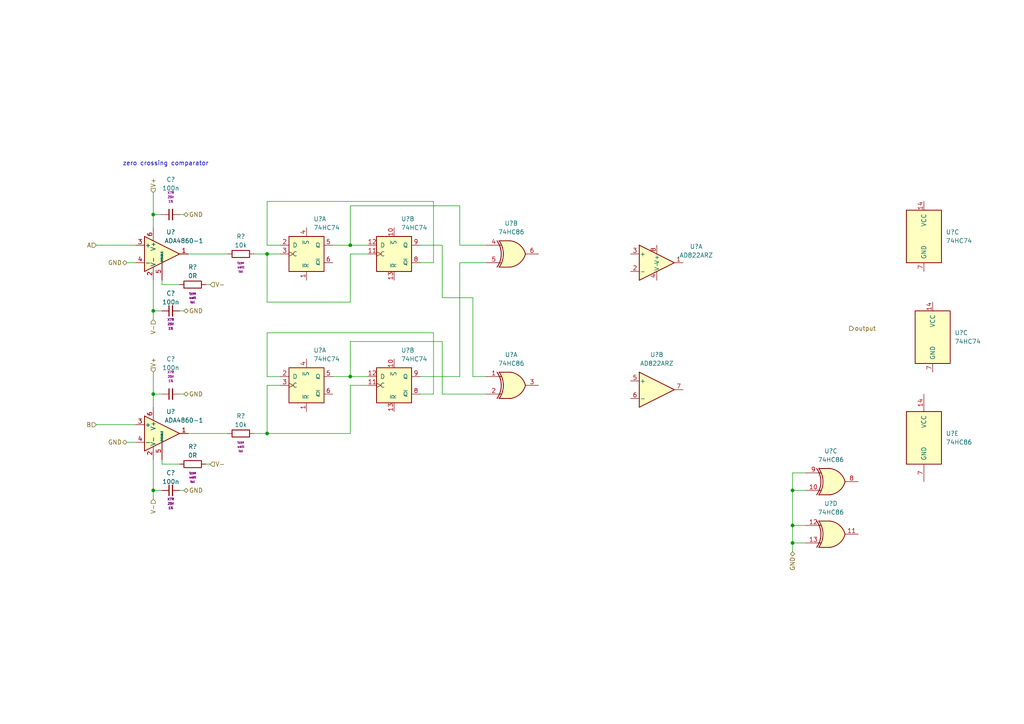
<source format=kicad_sch>
(kicad_sch (version 20211123) (generator eeschema)
  (paper "A4")
  (lib_symbols
    (symbol "000_SMD_Resitors:R_1206" (pin_numbers hide) (pin_names (offset 0))
      (property "Reference" "R" (at -2.54 0 90))
      (property "Value" "R_1206" (at 0 0 90))
      (property "type" "type" (at 3.81 0 90))
      (property "watt" "watt" (at 2.54 1.27 90))
      (property "tol" "tol" (at 2.54 -1.27 90))
      (symbol "R_1206_0_1"
        (rectangle (start -1.016 -2.54) (end 1.016 2.54) (stroke (width 0.254)))
      )
      (symbol "R_1206_1_1"
        (pin passive line (at 0 3.81 270) (length 1.27) (name "~") (number "1"))
        (pin passive line (at 0 -3.81 90) (length 1.27) (name "~") (number "2"))
      )
    )
    (symbol "010_SMD_Capacitors:C_0805_hs" (pin_numbers hide) (pin_names (offset 0.254) hide)
      (property "Reference" "C" (at 1.905 1.905 0))
      (property "Value" "C_0805_hs" (at 1.905 -0.635 0))
      (property "type" "type" (at 4.445 -3.81 0))
      (property "voltage" "volt" (at 3.175 -2.54 0))
      (property "tol" "tol" (at 5.715 -2.54 0))
      (symbol "C_0805_hs_0_1"
        (polyline (pts (xy -1.524 -0.508) (xy 1.524 -0.508)) (stroke (width 0.3302)))
        (polyline (pts (xy -1.524 0.508) (xy 1.524 0.508)) (stroke (width 0.3048)))
      )
      (symbol "C_0805_hs_1_1"
        (pin passive line (at 0 2.54 270) (length 2.032) (name "~") (number "1"))
        (pin passive line (at 0 -2.54 90) (length 2.032) (name "~") (number "2"))
      )
    )
    (symbol "200_OPAMP:AD822ARZ" (pin_names (offset 0.127))
      (property "Reference" "U" (at 2.54 3.81 0))
      (property "Value" "AD822ARZ" (at 2.54 -3.81 0))
      (symbol "AD822ARZ_0_1"
        (polyline (pts (xy -5.08 5.08) (xy 5.08 0) (xy -5.08 -5.08) (xy -5.08 5.08)) (stroke (width 0.254)) (fill (type background)))
      )
      (symbol "AD822ARZ_1_1"
        (pin output line (at 7.62 0 180) (length 2.54) (name "~") (number "1"))
        (pin input line (at -7.62 -2.54 0) (length 2.54) (name "-") (number "2"))
        (pin input line (at -7.62 2.54 0) (length 2.54) (name "+") (number "3"))
        (pin power_in line (at 0 -5.08 90) (length 2.54) (name "V-") (number "4"))
        (pin power_in line (at 0 5.08 270) (length 2.54) (name "V+") (number "8"))
      )
      (symbol "AD822ARZ_2_1"
        (pin input line (at -7.62 2.54 0) (length 2.54) (name "+") (number "5"))
        (pin input line (at -7.62 -2.54 0) (length 2.54) (name "-") (number "6"))
        (pin output line (at 7.62 0 180) (length 2.54) (name "~") (number "7"))
      )
    )
    (symbol "200_OPAMP:ADA4860-1" (pin_names (offset 0.127))
      (property "Reference" "U" (at 1.27 3.81 0))
      (property "Value" "ADA4860-1" (at 1.27 -3.81 0))
      (symbol "ADA4860-1_0_1"
        (polyline (pts (xy -5.08 5.08) (xy 5.08 0) (xy -5.08 -5.08) (xy -5.08 5.08)) (stroke (width 0.254)) (fill (type background)))
      )
      (symbol "ADA4860-1_1_1"
        (pin output line (at 7.62 0 180) (length 2.54) (name "~") (number "1"))
        (pin power_in line (at -2.54 -7.62 90) (length 3.81) (name "V-") (number "2"))
        (pin input line (at -7.62 2.54 0) (length 2.54) (name "+") (number "3"))
        (pin input line (at -7.62 -2.54 0) (length 2.54) (name "-") (number "4"))
        (pin input line (at 0 -7.62 90) (length 5.08) (name "DISABLE") (number "5"))
        (pin power_in line (at -2.54 7.62 270) (length 3.81) (name "V+") (number "6"))
      )
    )
    (symbol "74xx:74HC74" (pin_names (offset 1.016))
      (property "Reference" "U" (at -7.62 8.89 0))
      (property "Value" "74HC74" (at -7.62 -8.89 0))
      (symbol "74HC74_1_0"
        (pin input line (at 0 -7.62 90) (length 2.54) (name "~{R}") (number "1"))
        (pin input line (at -7.62 2.54 0) (length 2.54) (name "D") (number "2"))
        (pin input clock (at -7.62 0 0) (length 2.54) (name "C") (number "3"))
        (pin input line (at 0 7.62 270) (length 2.54) (name "~{S}") (number "4"))
        (pin output line (at 7.62 2.54 180) (length 2.54) (name "Q") (number "5"))
        (pin output line (at 7.62 -2.54 180) (length 2.54) (name "~{Q}") (number "6"))
      )
      (symbol "74HC74_1_1"
        (rectangle (start -5.08 5.08) (end 5.08 -5.08) (stroke (width 0.254)) (fill (type background)))
      )
      (symbol "74HC74_2_0"
        (pin input line (at 0 7.62 270) (length 2.54) (name "~{S}") (number "10"))
        (pin input clock (at -7.62 0 0) (length 2.54) (name "C") (number "11"))
        (pin input line (at -7.62 2.54 0) (length 2.54) (name "D") (number "12"))
        (pin input line (at 0 -7.62 90) (length 2.54) (name "~{R}") (number "13"))
        (pin output line (at 7.62 -2.54 180) (length 2.54) (name "~{Q}") (number "8"))
        (pin output line (at 7.62 2.54 180) (length 2.54) (name "Q") (number "9"))
      )
      (symbol "74HC74_2_1"
        (rectangle (start -5.08 5.08) (end 5.08 -5.08) (stroke (width 0.254)) (fill (type background)))
      )
      (symbol "74HC74_3_0"
        (pin power_in line (at 0 10.16 270) (length 2.54) (name "VCC") (number "14"))
        (pin power_in line (at 0 -10.16 90) (length 2.54) (name "GND") (number "7"))
      )
      (symbol "74HC74_3_1"
        (rectangle (start -5.08 7.62) (end 5.08 -7.62) (stroke (width 0.254)) (fill (type background)))
      )
    )
    (symbol "74xx:74HC86" (pin_names (offset 1.016))
      (property "Reference" "U" (at 0 1.27 0))
      (property "Value" "74HC86" (at 0 -1.27 0))
      (symbol "74HC86_1_0"
        (arc (start -4.4196 -3.81) (mid -3.2033 0) (end -4.4196 3.81) (stroke (width 0.254)))
        (arc (start -3.81 -3.81) (mid -2.589 0) (end -3.81 3.81) (stroke (width 0.254)))
        (arc (start -0.6096 -3.81) (mid 2.1842 -2.5851) (end 3.81 0) (stroke (width 0.254)) (fill (type background)))
        (polyline (pts (xy -3.81 -3.81) (xy -0.635 -3.81)) (stroke (width 0.254)) (fill (type background)))
        (polyline (pts (xy -3.81 3.81) (xy -0.635 3.81)) (stroke (width 0.254)) (fill (type background)))
        (polyline (pts (xy -0.635 3.81) (xy -3.81 3.81) (xy -3.81 3.81) (xy -3.556 3.4036) (xy -3.0226 2.2606) (xy -2.6924 1.0414) (xy -2.6162 -0.254) (xy -2.7686 -1.4986) (xy -3.175 -2.7178) (xy -3.81 -3.81) (xy -3.81 -3.81) (xy -0.635 -3.81)) (stroke (width -25.4)) (fill (type background)))
        (arc (start 3.81 0) (mid 2.1915 2.5936) (end -0.6096 3.81) (stroke (width 0.254)) (fill (type background)))
        (pin input line (at -7.62 2.54 0) (length 4.445) (name "~") (number "1"))
        (pin input line (at -7.62 -2.54 0) (length 4.445) (name "~") (number "2"))
        (pin output line (at 7.62 0 180) (length 3.81) (name "~") (number "3"))
      )
      (symbol "74HC86_1_1"
        (polyline (pts (xy -3.81 -2.54) (xy -3.175 -2.54)) (stroke (width 0.1524)))
        (polyline (pts (xy -3.81 2.54) (xy -3.175 2.54)) (stroke (width 0.1524)))
      )
      (symbol "74HC86_2_0"
        (arc (start -4.4196 -3.81) (mid -3.2033 0) (end -4.4196 3.81) (stroke (width 0.254)))
        (arc (start -3.81 -3.81) (mid -2.589 0) (end -3.81 3.81) (stroke (width 0.254)))
        (arc (start -0.6096 -3.81) (mid 2.1842 -2.5851) (end 3.81 0) (stroke (width 0.254)) (fill (type background)))
        (polyline (pts (xy -3.81 -3.81) (xy -0.635 -3.81)) (stroke (width 0.254)) (fill (type background)))
        (polyline (pts (xy -3.81 3.81) (xy -0.635 3.81)) (stroke (width 0.254)) (fill (type background)))
        (polyline (pts (xy -0.635 3.81) (xy -3.81 3.81) (xy -3.81 3.81) (xy -3.556 3.4036) (xy -3.0226 2.2606) (xy -2.6924 1.0414) (xy -2.6162 -0.254) (xy -2.7686 -1.4986) (xy -3.175 -2.7178) (xy -3.81 -3.81) (xy -3.81 -3.81) (xy -0.635 -3.81)) (stroke (width -25.4)) (fill (type background)))
        (arc (start 3.81 0) (mid 2.1915 2.5936) (end -0.6096 3.81) (stroke (width 0.254)) (fill (type background)))
        (pin input line (at -7.62 2.54 0) (length 4.445) (name "~") (number "4"))
        (pin input line (at -7.62 -2.54 0) (length 4.445) (name "~") (number "5"))
        (pin output line (at 7.62 0 180) (length 3.81) (name "~") (number "6"))
      )
      (symbol "74HC86_2_1"
        (polyline (pts (xy -3.81 -2.54) (xy -3.175 -2.54)) (stroke (width 0.1524)))
        (polyline (pts (xy -3.81 2.54) (xy -3.175 2.54)) (stroke (width 0.1524)))
      )
      (symbol "74HC86_3_0"
        (arc (start -4.4196 -3.81) (mid -3.2033 0) (end -4.4196 3.81) (stroke (width 0.254)))
        (arc (start -3.81 -3.81) (mid -2.589 0) (end -3.81 3.81) (stroke (width 0.254)))
        (arc (start -0.6096 -3.81) (mid 2.1842 -2.5851) (end 3.81 0) (stroke (width 0.254)) (fill (type background)))
        (polyline (pts (xy -3.81 -3.81) (xy -0.635 -3.81)) (stroke (width 0.254)) (fill (type background)))
        (polyline (pts (xy -3.81 3.81) (xy -0.635 3.81)) (stroke (width 0.254)) (fill (type background)))
        (polyline (pts (xy -0.635 3.81) (xy -3.81 3.81) (xy -3.81 3.81) (xy -3.556 3.4036) (xy -3.0226 2.2606) (xy -2.6924 1.0414) (xy -2.6162 -0.254) (xy -2.7686 -1.4986) (xy -3.175 -2.7178) (xy -3.81 -3.81) (xy -3.81 -3.81) (xy -0.635 -3.81)) (stroke (width -25.4)) (fill (type background)))
        (arc (start 3.81 0) (mid 2.1915 2.5936) (end -0.6096 3.81) (stroke (width 0.254)) (fill (type background)))
        (pin input line (at -7.62 -2.54 0) (length 4.445) (name "~") (number "10"))
        (pin output line (at 7.62 0 180) (length 3.81) (name "~") (number "8"))
        (pin input line (at -7.62 2.54 0) (length 4.445) (name "~") (number "9"))
      )
      (symbol "74HC86_3_1"
        (polyline (pts (xy -3.81 -2.54) (xy -3.175 -2.54)) (stroke (width 0.1524)))
        (polyline (pts (xy -3.81 2.54) (xy -3.175 2.54)) (stroke (width 0.1524)))
      )
      (symbol "74HC86_4_0"
        (arc (start -4.4196 -3.81) (mid -3.2033 0) (end -4.4196 3.81) (stroke (width 0.254)))
        (arc (start -3.81 -3.81) (mid -2.589 0) (end -3.81 3.81) (stroke (width 0.254)))
        (arc (start -0.6096 -3.81) (mid 2.1842 -2.5851) (end 3.81 0) (stroke (width 0.254)) (fill (type background)))
        (polyline (pts (xy -3.81 -3.81) (xy -0.635 -3.81)) (stroke (width 0.254)) (fill (type background)))
        (polyline (pts (xy -3.81 3.81) (xy -0.635 3.81)) (stroke (width 0.254)) (fill (type background)))
        (polyline (pts (xy -0.635 3.81) (xy -3.81 3.81) (xy -3.81 3.81) (xy -3.556 3.4036) (xy -3.0226 2.2606) (xy -2.6924 1.0414) (xy -2.6162 -0.254) (xy -2.7686 -1.4986) (xy -3.175 -2.7178) (xy -3.81 -3.81) (xy -3.81 -3.81) (xy -0.635 -3.81)) (stroke (width -25.4)) (fill (type background)))
        (arc (start 3.81 0) (mid 2.1915 2.5936) (end -0.6096 3.81) (stroke (width 0.254)) (fill (type background)))
        (pin output line (at 7.62 0 180) (length 3.81) (name "~") (number "11"))
        (pin input line (at -7.62 2.54 0) (length 4.445) (name "~") (number "12"))
        (pin input line (at -7.62 -2.54 0) (length 4.445) (name "~") (number "13"))
      )
      (symbol "74HC86_4_1"
        (polyline (pts (xy -3.81 -2.54) (xy -3.175 -2.54)) (stroke (width 0.1524)))
        (polyline (pts (xy -3.81 2.54) (xy -3.175 2.54)) (stroke (width 0.1524)))
      )
      (symbol "74HC86_5_0"
        (pin power_in line (at 0 12.7 270) (length 5.08) (name "VCC") (number "14"))
        (pin power_in line (at 0 -12.7 90) (length 5.08) (name "GND") (number "7"))
      )
      (symbol "74HC86_5_1"
        (rectangle (start -5.08 7.62) (end 5.08 -7.62) (stroke (width 0.254)) (fill (type background)))
      )
    )
  )
  (junction (at 101.6 71.12))
  (junction (at 229.87 152.4))
  (junction (at 229.87 142.24))
  (junction (at 44.45 62.23))
  (junction (at 44.45 114.3))
  (junction (at 77.47 73.66))
  (junction (at 44.45 142.24))
  (junction (at 229.87 157.48))
  (junction (at 77.47 125.73))
  (junction (at 44.45 90.17))
  (junction (at 101.6 109.22))
  (wire (pts (xy 101.6 111.76) (xy 106.68 111.76)))
  (wire (pts (xy 44.45 81.28) (xy 44.45 90.17)))
  (wire (pts (xy 96.52 109.22) (xy 101.6 109.22)))
  (wire (pts (xy 27.94 71.12) (xy 39.37 71.12)))
  (wire (pts (xy 137.16 86.36) (xy 137.16 109.22)))
  (wire (pts (xy 52.07 90.17) (xy 53.34 90.17)))
  (wire (pts (xy 53.34 62.23) (xy 52.07 62.23)))
  (wire (pts (xy 77.47 71.12) (xy 77.47 58.42)))
  (wire (pts (xy 133.35 59.69) (xy 133.35 71.12)))
  (wire (pts (xy 128.27 114.3) (xy 140.97 114.3)))
  (wire (pts (xy 229.87 142.24) (xy 233.68 142.24)))
  (wire (pts (xy 46.99 81.28) (xy 46.99 82.55)))
  (wire (pts (xy 73.66 73.66) (xy 77.47 73.66)))
  (wire (pts (xy 46.99 114.3) (xy 44.45 114.3)))
  (wire (pts (xy 101.6 71.12) (xy 101.6 59.69)))
  (wire (pts (xy 229.87 137.16) (xy 229.87 142.24)))
  (wire (pts (xy 44.45 55.88) (xy 44.45 62.23)))
  (wire (pts (xy 233.68 152.4) (xy 229.87 152.4)))
  (wire (pts (xy 133.35 76.2) (xy 140.97 76.2)))
  (wire (pts (xy 101.6 73.66) (xy 106.68 73.66)))
  (wire (pts (xy 54.61 125.73) (xy 66.04 125.73)))
  (wire (pts (xy 44.45 90.17) (xy 46.99 90.17)))
  (wire (pts (xy 101.6 87.63) (xy 101.6 73.66)))
  (wire (pts (xy 137.16 109.22) (xy 140.97 109.22)))
  (wire (pts (xy 121.92 109.22) (xy 133.35 109.22)))
  (wire (pts (xy 101.6 109.22) (xy 106.68 109.22)))
  (wire (pts (xy 229.87 157.48) (xy 229.87 160.02)))
  (wire (pts (xy 125.73 58.42) (xy 125.73 76.2)))
  (wire (pts (xy 54.61 73.66) (xy 66.04 73.66)))
  (wire (pts (xy 73.66 125.73) (xy 77.47 125.73)))
  (wire (pts (xy 77.47 111.76) (xy 77.47 125.73)))
  (wire (pts (xy 229.87 142.24) (xy 229.87 152.4)))
  (wire (pts (xy 229.87 152.4) (xy 229.87 157.48)))
  (wire (pts (xy 36.83 128.27) (xy 39.37 128.27)))
  (wire (pts (xy 44.45 142.24) (xy 44.45 144.78)))
  (wire (pts (xy 229.87 157.48) (xy 233.68 157.48)))
  (wire (pts (xy 96.52 71.12) (xy 101.6 71.12)))
  (wire (pts (xy 44.45 90.17) (xy 44.45 92.71)))
  (wire (pts (xy 46.99 62.23) (xy 44.45 62.23)))
  (wire (pts (xy 77.47 87.63) (xy 101.6 87.63)))
  (wire (pts (xy 27.94 123.19) (xy 39.37 123.19)))
  (wire (pts (xy 128.27 114.3) (xy 128.27 99.06)))
  (wire (pts (xy 121.92 76.2) (xy 125.73 76.2)))
  (wire (pts (xy 46.99 133.35) (xy 46.99 134.62)))
  (wire (pts (xy 81.28 111.76) (xy 77.47 111.76)))
  (wire (pts (xy 81.28 109.22) (xy 77.47 109.22)))
  (wire (pts (xy 125.73 96.52) (xy 125.73 114.3)))
  (wire (pts (xy 77.47 96.52) (xy 125.73 96.52)))
  (wire (pts (xy 101.6 99.06) (xy 101.6 109.22)))
  (wire (pts (xy 133.35 109.22) (xy 133.35 76.2)))
  (wire (pts (xy 44.45 114.3) (xy 44.45 118.11)))
  (wire (pts (xy 36.83 76.2) (xy 39.37 76.2)))
  (wire (pts (xy 77.47 125.73) (xy 101.6 125.73)))
  (wire (pts (xy 121.92 114.3) (xy 125.73 114.3)))
  (wire (pts (xy 77.47 109.22) (xy 77.47 96.52)))
  (wire (pts (xy 101.6 71.12) (xy 106.68 71.12)))
  (wire (pts (xy 59.69 82.55) (xy 60.96 82.55)))
  (wire (pts (xy 44.45 62.23) (xy 44.45 66.04)))
  (wire (pts (xy 121.92 71.12) (xy 128.27 71.12)))
  (wire (pts (xy 101.6 125.73) (xy 101.6 111.76)))
  (wire (pts (xy 128.27 99.06) (xy 101.6 99.06)))
  (wire (pts (xy 59.69 134.62) (xy 60.96 134.62)))
  (wire (pts (xy 44.45 142.24) (xy 46.99 142.24)))
  (wire (pts (xy 233.68 137.16) (xy 229.87 137.16)))
  (wire (pts (xy 53.34 114.3) (xy 52.07 114.3)))
  (wire (pts (xy 44.45 133.35) (xy 44.45 142.24)))
  (wire (pts (xy 52.07 142.24) (xy 53.34 142.24)))
  (wire (pts (xy 44.45 107.95) (xy 44.45 114.3)))
  (wire (pts (xy 46.99 134.62) (xy 52.07 134.62)))
  (wire (pts (xy 77.47 58.42) (xy 125.73 58.42)))
  (wire (pts (xy 128.27 86.36) (xy 137.16 86.36)))
  (wire (pts (xy 77.47 73.66) (xy 77.47 87.63)))
  (wire (pts (xy 81.28 73.66) (xy 77.47 73.66)))
  (wire (pts (xy 133.35 71.12) (xy 140.97 71.12)))
  (wire (pts (xy 81.28 71.12) (xy 77.47 71.12)))
  (wire (pts (xy 128.27 71.12) (xy 128.27 86.36)))
  (wire (pts (xy 101.6 59.69) (xy 133.35 59.69)))
  (wire (pts (xy 46.99 82.55) (xy 52.07 82.55)))
  (text "zero crossing comparator" (at 35.56 48.26 0) (effects (font (size 1.27 1.27)) (justify left bottom)))
  (hierarchical_label "V-" (shape input) (at 60.96 82.55 0))
  (hierarchical_label "GND" (shape bidirectional) (at 53.34 142.24 0))
  (hierarchical_label "V+" (shape input) (at 44.45 107.95 90))
  (hierarchical_label "GND" (shape bidirectional) (at 53.34 114.3 0))
  (hierarchical_label "GND" (shape bidirectional) (at 229.87 160.02 270))
  (hierarchical_label "GND" (shape bidirectional) (at 36.83 76.2 180))
  (hierarchical_label "V+" (shape input) (at 44.45 55.88 90))
  (hierarchical_label "B" (shape input) (at 27.94 123.19 180))
  (hierarchical_label "GND" (shape bidirectional) (at 53.34 62.23 0))
  (hierarchical_label "V-" (shape input) (at 44.45 144.78 270))
  (hierarchical_label "A" (shape input) (at 27.94 71.12 180))
  (hierarchical_label "GND" (shape bidirectional) (at 53.34 90.17 0))
  (hierarchical_label "GND" (shape bidirectional) (at 36.83 128.27 180))
  (hierarchical_label "output" (shape output) (at 246.38 95.25 0))
  (hierarchical_label "V-" (shape input) (at 60.96 134.62 0))
  (hierarchical_label "V-" (shape input) (at 44.45 92.71 270))
  (symbol (lib_id "74xx:74HC74") (at 270.51 97.79 0) (unit 3)
    (property "Reference" "U?" (at 276.86 96.5199 0) (effects (justify left)))
    (property "Value" "74HC74" (at 276.86 99.0599 0) (effects (justify left)))
    (property "Datasheet" "74xx/74hc_hct74.pdf" (effects hide))
  )
  (symbol (lib_id "010_SMD_Capacitors:C_0805_hs") (at 49.53 142.24 90) (unit 1)
    (property "Reference" "C?" (at 49.53 137.16 90))
    (property "Value" "100n" (at 49.53 139.7 90))
    (property "Footprint" "Capacitor_SMD:C_0805_2012Metric_Pad1.18x1.45mm_HandSolder" (effects hide))
    (property "Datasheet" "ds" (effects hide))
    (property "type" "X7R" (at 49.53 144.78 90) (effects (font (size 0.635 0.635))))
    (property "voltage" "25V" (at 49.53 146.05 90) (effects (font (size 0.635 0.635))))
    (property "tol" "1%" (at 49.53 147.32 90) (effects (font (size 0.635 0.635))))
    (property "man" "man" (effects hide))
    (property "man_no" "man_no" (effects hide))
    (property "dist" "dist" (effects hide))
    (property "dist_no" "dist_no" (effects hide))
  )
  (symbol (lib_id "74xx:74HC86") (at 241.3 154.94 0) (unit 4)
    (property "Reference" "U?" (at 240.9952 146.05 0))
    (property "Value" "74HC86" (at 240.9952 148.59 0))
    (property "Datasheet" "http://www.ti.com/lit/gpn/sn74HC86" (effects hide))
  )
  (symbol (lib_id "010_SMD_Capacitors:C_0805_hs") (at 49.53 62.23 90) (unit 1)
    (property "Reference" "C?" (at 49.5363 52.07 90))
    (property "Value" "100n" (at 49.5363 54.61 90))
    (property "Footprint" "Capacitor_SMD:C_0805_2012Metric_Pad1.18x1.45mm_HandSolder" (effects hide))
    (property "Datasheet" "ds" (effects hide))
    (property "type" "X7R" (at 49.5363 55.88 90) (effects (font (size 0.635 0.635))))
    (property "voltage" "25V" (at 49.5363 57.15 90) (effects (font (size 0.635 0.635))))
    (property "tol" "1%" (at 49.5363 58.42 90) (effects (font (size 0.635 0.635))))
    (property "man" "man" (effects hide))
    (property "man_no" "man_no" (effects hide))
    (property "dist" "dist" (effects hide))
    (property "dist_no" "dist_no" (effects hide))
  )
  (symbol (lib_id "74xx:74HC86") (at 148.59 73.66 0) (unit 2)
    (property "Reference" "U?" (at 148.2852 64.77 0))
    (property "Value" "74HC86" (at 148.2852 67.31 0))
    (property "Datasheet" "http://www.ti.com/lit/gpn/sn74HC86" (effects hide))
  )
  (symbol (lib_id "000_SMD_Resitors:R_1206") (at 55.88 134.62 90) (unit 1)
    (property "Reference" "R?" (at 55.88 129.54 90))
    (property "Value" "0R" (at 55.88 132.08 90))
    (property "Footprint" "Resistor_SMD:R_1206_3216Metric" (effects hide))
    (property "Datasheet" "ds" (effects hide))
    (property "type" "type" (at 55.88 137.16 90) (effects (font (size 0.635 0.635))))
    (property "watt" "watt" (at 55.88 138.43 90) (effects (font (size 0.635 0.635))))
    (property "tol" "tol" (at 55.88 139.7 90) (effects (font (size 0.635 0.635))))
    (property "man" "man" (effects hide))
    (property "man_no" "man_no" (effects hide))
    (property "dist" "dist" (effects hide))
    (property "dist_no" "dist_no" (effects hide))
  )
  (symbol (lib_id "74xx:74HC74") (at 88.9 73.66 0) (unit 1)
    (property "Reference" "U?" (at 90.9194 63.5 0) (effects (justify left)))
    (property "Value" "74HC74" (at 90.9194 66.04 0) (effects (justify left)))
    (property "Datasheet" "74xx/74hc_hct74.pdf" (effects hide))
    (property "man no" "SN74HCT74D " (effects hide))
    (property "man" "TI" (effects hide))
    (property "dist" "Mouser" (effects hide))
    (property "dist no" " 595-SN74HCT74D " (effects hide))
  )
  (symbol (lib_id "200_OPAMP:AD822ARZ") (at 190.5 76.2 0) (unit 1)
    (property "Reference" "U?" (at 201.93 71.501 0))
    (property "Value" "AD822ARZ" (at 201.93 74.041 0))
    (property "Footprint" "Package_SO:SOIC-8_3.9x4.9mm_P1.27mm" (effects hide))
    (property "Datasheet" "https://www.analog.com/media/en/technical-documentation/data-sheets/AD822.pdf" (effects hide))
  )
  (symbol (lib_id "74xx:74HC86") (at 148.59 111.76 0) (unit 1)
    (property "Reference" "U?" (at 148.2852 102.87 0))
    (property "Value" "74HC86" (at 148.2852 105.41 0))
    (property "Datasheet" "http://www.ti.com/lit/gpn/sn74HC86" (effects hide))
  )
  (symbol (lib_id "200_OPAMP:ADA4860-1") (at 46.99 125.73 0) (unit 1)
    (property "Reference" "U?" (at 49.53 119.38 0))
    (property "Value" "ADA4860-1" (at 53.34 121.92 0))
    (property "Footprint" "Package_TO_SOT_SMD:SOT-23-6" (effects hide))
    (property "Datasheet" "https://www.analog.com/media/en/technical-documentation/data-sheets/ADA4860-1.pdf" (effects hide))
  )
  (symbol (lib_id "000_SMD_Resitors:R_1206") (at 55.88 82.55 90) (unit 1)
    (property "Reference" "R?" (at 55.88 77.47 90))
    (property "Value" "0R" (at 55.88 80.01 90))
    (property "Footprint" "Resistor_SMD:R_1206_3216Metric" (effects hide))
    (property "Datasheet" "ds" (effects hide))
    (property "type" "type" (at 55.88 85.09 90) (effects (font (size 0.635 0.635))))
    (property "watt" "watt" (at 55.88 86.36 90) (effects (font (size 0.635 0.635))))
    (property "tol" "tol" (at 55.88 87.63 90) (effects (font (size 0.635 0.635))))
    (property "man" "man" (effects hide))
    (property "man_no" "man_no" (effects hide))
    (property "dist" "dist" (effects hide))
    (property "dist_no" "dist_no" (effects hide))
  )
  (symbol (lib_id "74xx:74HC74") (at 88.9 111.76 0) (unit 1)
    (property "Reference" "U?" (at 90.9194 101.6 0) (effects (justify left)))
    (property "Value" "74HC74" (at 90.9194 104.14 0) (effects (justify left)))
    (property "Datasheet" "74xx/74hc_hct74.pdf" (effects hide))
  )
  (symbol (lib_id "74xx:74HC86") (at 267.97 127 0) (unit 5)
    (property "Reference" "U?" (at 274.32 125.7299 0) (effects (justify left)))
    (property "Value" "74HC86" (at 274.32 128.2699 0) (effects (justify left)))
    (property "Datasheet" "http://www.ti.com/lit/gpn/sn74HC86" (effects hide))
  )
  (symbol (lib_id "74xx:74HC74") (at 114.3 111.76 0) (unit 2)
    (property "Reference" "U?" (at 116.3194 101.6 0) (effects (justify left)))
    (property "Value" "74HC74" (at 116.3194 104.14 0) (effects (justify left)))
    (property "Datasheet" "74xx/74hc_hct74.pdf" (effects hide))
  )
  (symbol (lib_id "010_SMD_Capacitors:C_0805_hs") (at 49.53 114.3 90) (unit 1)
    (property "Reference" "C?" (at 49.5363 104.14 90))
    (property "Value" "100n" (at 49.5363 106.68 90))
    (property "Footprint" "Capacitor_SMD:C_0805_2012Metric_Pad1.18x1.45mm_HandSolder" (effects hide))
    (property "Datasheet" "ds" (effects hide))
    (property "type" "X7R" (at 49.5363 107.95 90) (effects (font (size 0.635 0.635))))
    (property "voltage" "25V" (at 49.5363 109.22 90) (effects (font (size 0.635 0.635))))
    (property "tol" "1%" (at 49.5363 110.49 90) (effects (font (size 0.635 0.635))))
    (property "man" "man" (effects hide))
    (property "man_no" "man_no" (effects hide))
    (property "dist" "dist" (effects hide))
    (property "dist_no" "dist_no" (effects hide))
  )
  (symbol (lib_id "010_SMD_Capacitors:C_0805_hs") (at 49.53 90.17 90) (unit 1)
    (property "Reference" "C?" (at 49.53 85.09 90))
    (property "Value" "100n" (at 49.53 87.63 90))
    (property "Footprint" "Capacitor_SMD:C_0805_2012Metric_Pad1.18x1.45mm_HandSolder" (effects hide))
    (property "Datasheet" "ds" (effects hide))
    (property "type" "X7R" (at 49.53 92.71 90) (effects (font (size 0.635 0.635))))
    (property "voltage" "25V" (at 49.53 93.98 90) (effects (font (size 0.635 0.635))))
    (property "tol" "1%" (at 49.53 95.25 90) (effects (font (size 0.635 0.635))))
    (property "man" "man" (effects hide))
    (property "man_no" "man_no" (effects hide))
    (property "dist" "dist" (effects hide))
    (property "dist_no" "dist_no" (effects hide))
  )
  (symbol (lib_id "000_SMD_Resitors:R_1206") (at 69.85 125.73 90) (unit 1)
    (property "Reference" "R?" (at 69.85 120.65 90))
    (property "Value" "10k" (at 69.85 123.19 90))
    (property "Footprint" "Resistor_SMD:R_1206_3216Metric" (effects hide))
    (property "Datasheet" "ds" (effects hide))
    (property "type" "type" (at 69.85 128.27 90) (effects (font (size 0.635 0.635))))
    (property "watt" "watt" (at 69.85 129.54 90) (effects (font (size 0.635 0.635))))
    (property "tol" "tol" (at 69.85 130.81 90) (effects (font (size 0.635 0.635))))
    (property "man" "man" (effects hide))
    (property "man_no" "man_no" (effects hide))
    (property "dist" "dist" (effects hide))
    (property "dist_no" "dist_no" (effects hide))
  )
  (symbol (lib_id "000_SMD_Resitors:R_1206") (at 69.85 73.66 90) (unit 1)
    (property "Reference" "R?" (at 69.85 68.58 90))
    (property "Value" "10k" (at 69.85 71.12 90))
    (property "Footprint" "Resistor_SMD:R_1206_3216Metric" (effects hide))
    (property "Datasheet" "ds" (effects hide))
    (property "type" "type" (at 69.85 76.2 90) (effects (font (size 0.635 0.635))))
    (property "watt" "watt" (at 69.85 77.47 90) (effects (font (size 0.635 0.635))))
    (property "tol" "tol" (at 69.85 78.74 90) (effects (font (size 0.635 0.635))))
    (property "man" "man" (effects hide))
    (property "man_no" "man_no" (effects hide))
    (property "dist" "dist" (effects hide))
    (property "dist_no" "dist_no" (effects hide))
  )
  (symbol (lib_id "74xx:74HC74") (at 267.97 68.58 0) (unit 3)
    (property "Reference" "U?" (at 274.32 67.3099 0) (effects (justify left)))
    (property "Value" "74HC74" (at 274.32 69.8499 0) (effects (justify left)))
    (property "Datasheet" "74xx/74hc_hct74.pdf" (effects hide))
  )
  (symbol (lib_id "200_OPAMP:AD822ARZ") (at 190.5 113.03 0) (unit 2)
    (property "Reference" "U?" (at 190.5 102.87 0))
    (property "Value" "AD822ARZ" (at 190.5 105.41 0))
    (property "Footprint" "Package_SO:SOIC-8_3.9x4.9mm_P1.27mm" (effects hide))
    (property "Datasheet" "https://www.analog.com/media/en/technical-documentation/data-sheets/AD822.pdf" (effects hide))
  )
  (symbol (lib_id "200_OPAMP:ADA4860-1") (at 46.99 73.66 0) (unit 1)
    (property "Reference" "U?" (at 49.53 67.31 0))
    (property "Value" "ADA4860-1" (at 53.34 69.85 0))
    (property "Footprint" "Package_TO_SOT_SMD:SOT-23-6" (effects hide))
    (property "Datasheet" "https://www.analog.com/media/en/technical-documentation/data-sheets/ADA4860-1.pdf" (effects hide))
  )
  (symbol (lib_id "74xx:74HC74") (at 114.3 73.66 0) (unit 2)
    (property "Reference" "U?" (at 116.3194 63.5 0) (effects (justify left)))
    (property "Value" "74HC74" (at 116.3194 66.04 0) (effects (justify left)))
    (property "Datasheet" "74xx/74hc_hct74.pdf" (effects hide))
  )
  (symbol (lib_id "74xx:74HC86") (at 241.3 139.7 0) (unit 3)
    (property "Reference" "U?" (at 240.9952 130.81 0))
    (property "Value" "74HC86" (at 240.9952 133.35 0))
    (property "Datasheet" "http://www.ti.com/lit/gpn/sn74HC86" (effects hide))
  )
)
</source>
